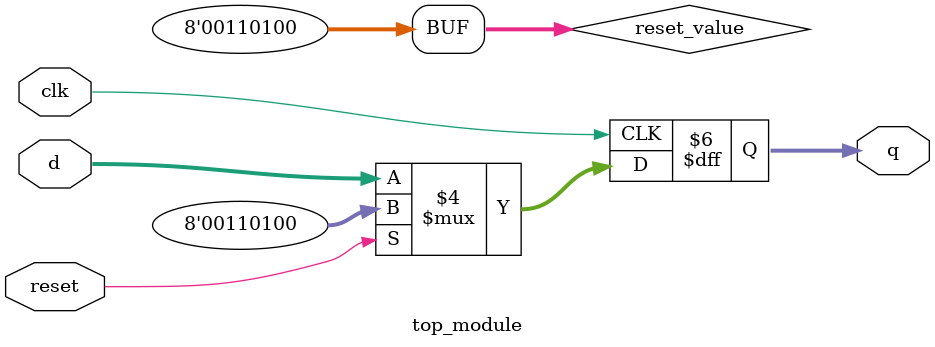
<source format=sv>
module top_module(
    input clk,
    input [7:0] d,
    input reset,
    output reg [7:0] q);
    
    // Initial reset value is 0x34 (00110100)
    reg [7:0] reset_value = 8'h34;

    always @(negedge clk) begin
        if (reset) begin
            q <= reset_value;
        end else begin
            q <= d;
        end
    end
endmodule

</source>
